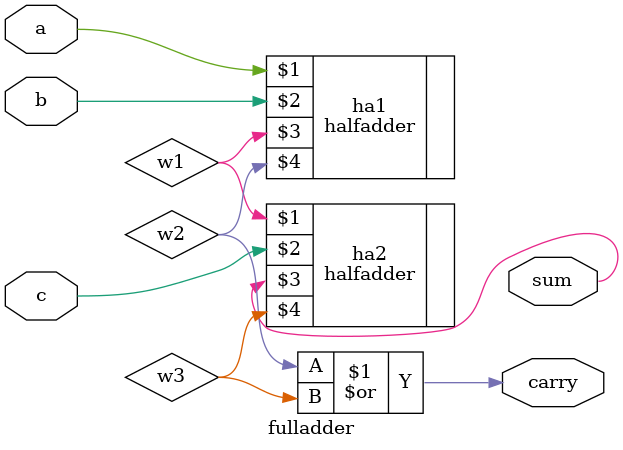
<source format=v>
`include "halfadder.v"

module fulladder(a,b,c,sum,carry);
	input a,b,c;
	output sum,carry;
	wire w1,w2,w3;

	//we need 2 half adder and OR gate,i.e, gate level design

	halfadder ha1(a,b,w1,w2);
	halfadder ha2(w1,c,sum,w3);

	or O1(carry,w2,w3);
endmodule


</source>
